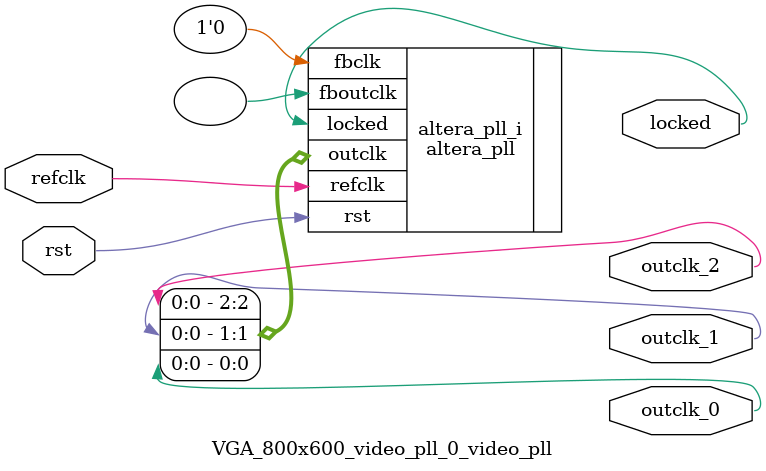
<source format=v>
`timescale 1ns/10ps
module  VGA_800x600_video_pll_0_video_pll(

	// interface 'refclk'
	input wire refclk,

	// interface 'reset'
	input wire rst,

	// interface 'outclk0'
	output wire outclk_0,

	// interface 'outclk1'
	output wire outclk_1,

	// interface 'outclk2'
	output wire outclk_2,

	// interface 'locked'
	output wire locked
);

	altera_pll #(
		.fractional_vco_multiplier("false"),
		.reference_clock_frequency("50.0 MHz"),
		.operation_mode("direct"),
		.number_of_clocks(3),
		.output_clock_frequency0("25.000000 MHz"),
		.phase_shift0("0 ps"),
		.duty_cycle0(50),
		.output_clock_frequency1("40.000000 MHz"),
		.phase_shift1("0 ps"),
		.duty_cycle1(50),
		.output_clock_frequency2("33.333333 MHz"),
		.phase_shift2("0 ps"),
		.duty_cycle2(50),
		.output_clock_frequency3("0 MHz"),
		.phase_shift3("0 ps"),
		.duty_cycle3(50),
		.output_clock_frequency4("0 MHz"),
		.phase_shift4("0 ps"),
		.duty_cycle4(50),
		.output_clock_frequency5("0 MHz"),
		.phase_shift5("0 ps"),
		.duty_cycle5(50),
		.output_clock_frequency6("0 MHz"),
		.phase_shift6("0 ps"),
		.duty_cycle6(50),
		.output_clock_frequency7("0 MHz"),
		.phase_shift7("0 ps"),
		.duty_cycle7(50),
		.output_clock_frequency8("0 MHz"),
		.phase_shift8("0 ps"),
		.duty_cycle8(50),
		.output_clock_frequency9("0 MHz"),
		.phase_shift9("0 ps"),
		.duty_cycle9(50),
		.output_clock_frequency10("0 MHz"),
		.phase_shift10("0 ps"),
		.duty_cycle10(50),
		.output_clock_frequency11("0 MHz"),
		.phase_shift11("0 ps"),
		.duty_cycle11(50),
		.output_clock_frequency12("0 MHz"),
		.phase_shift12("0 ps"),
		.duty_cycle12(50),
		.output_clock_frequency13("0 MHz"),
		.phase_shift13("0 ps"),
		.duty_cycle13(50),
		.output_clock_frequency14("0 MHz"),
		.phase_shift14("0 ps"),
		.duty_cycle14(50),
		.output_clock_frequency15("0 MHz"),
		.phase_shift15("0 ps"),
		.duty_cycle15(50),
		.output_clock_frequency16("0 MHz"),
		.phase_shift16("0 ps"),
		.duty_cycle16(50),
		.output_clock_frequency17("0 MHz"),
		.phase_shift17("0 ps"),
		.duty_cycle17(50),
		.pll_type("General"),
		.pll_subtype("General")
	) altera_pll_i (
		.rst	(rst),
		.outclk	({outclk_2, outclk_1, outclk_0}),
		.locked	(locked),
		.fboutclk	( ),
		.fbclk	(1'b0),
		.refclk	(refclk)
	);
endmodule


</source>
